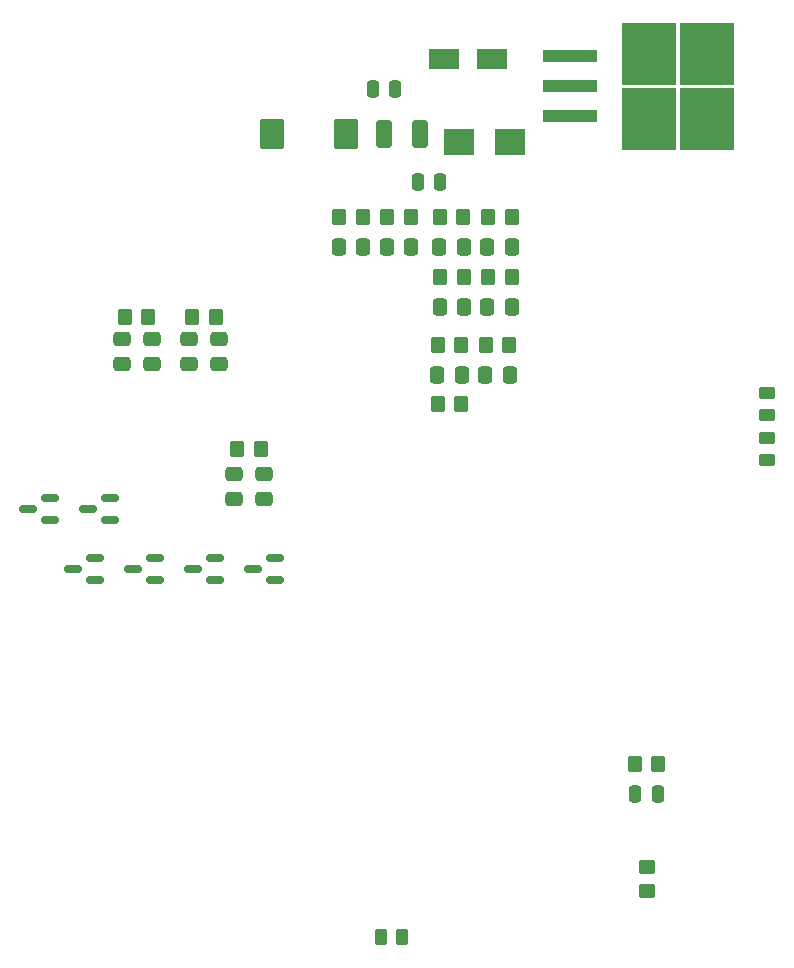
<source format=gtp>
G04 #@! TF.GenerationSoftware,KiCad,Pcbnew,(6.0.1)*
G04 #@! TF.CreationDate,2022-02-06T00:08:44-05:00*
G04 #@! TF.ProjectId,klxecu,6b6c7865-6375-42e6-9b69-6361645f7063,rev?*
G04 #@! TF.SameCoordinates,Original*
G04 #@! TF.FileFunction,Paste,Top*
G04 #@! TF.FilePolarity,Positive*
%FSLAX46Y46*%
G04 Gerber Fmt 4.6, Leading zero omitted, Abs format (unit mm)*
G04 Created by KiCad (PCBNEW (6.0.1)) date 2022-02-06 00:08:44*
%MOMM*%
%LPD*%
G01*
G04 APERTURE LIST*
G04 Aperture macros list*
%AMRoundRect*
0 Rectangle with rounded corners*
0 $1 Rounding radius*
0 $2 $3 $4 $5 $6 $7 $8 $9 X,Y pos of 4 corners*
0 Add a 4 corners polygon primitive as box body*
4,1,4,$2,$3,$4,$5,$6,$7,$8,$9,$2,$3,0*
0 Add four circle primitives for the rounded corners*
1,1,$1+$1,$2,$3*
1,1,$1+$1,$4,$5*
1,1,$1+$1,$6,$7*
1,1,$1+$1,$8,$9*
0 Add four rect primitives between the rounded corners*
20,1,$1+$1,$2,$3,$4,$5,0*
20,1,$1+$1,$4,$5,$6,$7,0*
20,1,$1+$1,$6,$7,$8,$9,0*
20,1,$1+$1,$8,$9,$2,$3,0*%
G04 Aperture macros list end*
%ADD10RoundRect,0.250000X-0.337500X-0.475000X0.337500X-0.475000X0.337500X0.475000X-0.337500X0.475000X0*%
%ADD11R,4.550000X5.250000*%
%ADD12R,4.600000X1.100000*%
%ADD13RoundRect,0.250000X-0.262500X-0.450000X0.262500X-0.450000X0.262500X0.450000X-0.262500X0.450000X0*%
%ADD14RoundRect,0.250000X-0.450000X0.350000X-0.450000X-0.350000X0.450000X-0.350000X0.450000X0.350000X0*%
%ADD15RoundRect,0.250000X-0.350000X-0.450000X0.350000X-0.450000X0.350000X0.450000X-0.350000X0.450000X0*%
%ADD16RoundRect,0.250000X0.350000X0.450000X-0.350000X0.450000X-0.350000X-0.450000X0.350000X-0.450000X0*%
%ADD17RoundRect,0.250000X0.450000X-0.262500X0.450000X0.262500X-0.450000X0.262500X-0.450000X-0.262500X0*%
%ADD18RoundRect,0.150000X0.587500X0.150000X-0.587500X0.150000X-0.587500X-0.150000X0.587500X-0.150000X0*%
%ADD19R,2.500000X2.300000*%
%ADD20R,2.500000X1.800000*%
%ADD21RoundRect,0.250000X0.250000X0.475000X-0.250000X0.475000X-0.250000X-0.475000X0.250000X-0.475000X0*%
%ADD22RoundRect,0.250000X0.337500X0.475000X-0.337500X0.475000X-0.337500X-0.475000X0.337500X-0.475000X0*%
%ADD23RoundRect,0.250000X-0.475000X0.337500X-0.475000X-0.337500X0.475000X-0.337500X0.475000X0.337500X0*%
%ADD24RoundRect,0.250000X0.412500X0.925000X-0.412500X0.925000X-0.412500X-0.925000X0.412500X-0.925000X0*%
%ADD25RoundRect,0.250000X-0.250000X-0.475000X0.250000X-0.475000X0.250000X0.475000X-0.250000X0.475000X0*%
%ADD26RoundRect,0.250000X0.787500X1.025000X-0.787500X1.025000X-0.787500X-1.025000X0.787500X-1.025000X0*%
G04 APERTURE END LIST*
D10*
X64735000Y-55245000D03*
X66810000Y-55245000D03*
D11*
X91047000Y-44450000D03*
X95897000Y-44450000D03*
X95897000Y-38900000D03*
X91047000Y-38900000D03*
D12*
X84322000Y-39135000D03*
X84322000Y-41675000D03*
X84322000Y-44215000D03*
D13*
X68302500Y-113665000D03*
X70127500Y-113665000D03*
D14*
X90805000Y-109787500D03*
X90805000Y-107787500D03*
D15*
X89805000Y-99060000D03*
X91805000Y-99060000D03*
X79375000Y-52705000D03*
X77375000Y-52705000D03*
X56150000Y-72390000D03*
X58150000Y-72390000D03*
X52340000Y-61192500D03*
X54340000Y-61192500D03*
X75295000Y-52705000D03*
X73295000Y-52705000D03*
X70852500Y-52705000D03*
X68852500Y-52705000D03*
X66772500Y-52705000D03*
X64772500Y-52705000D03*
X77187500Y-63555000D03*
X79187500Y-63555000D03*
X46625000Y-61192500D03*
X48625000Y-61192500D03*
X79375000Y-57785000D03*
X77375000Y-57785000D03*
X73107500Y-63555000D03*
X75107500Y-63555000D03*
D16*
X75107500Y-68580000D03*
X73107500Y-68580000D03*
D15*
X73332500Y-57785000D03*
X75332500Y-57785000D03*
D17*
X100965000Y-73302500D03*
X100965000Y-71477500D03*
X100965000Y-69492500D03*
X100965000Y-67667500D03*
D18*
X40277500Y-78420000D03*
X40277500Y-76520000D03*
X38402500Y-77470000D03*
X44117500Y-83500000D03*
X44117500Y-81600000D03*
X42242500Y-82550000D03*
X52402500Y-82550000D03*
X54277500Y-81600000D03*
X54277500Y-83500000D03*
X43482500Y-77470000D03*
X45357500Y-76520000D03*
X45357500Y-78420000D03*
X49197500Y-83500000D03*
X49197500Y-81600000D03*
X47322500Y-82550000D03*
X57482500Y-82550000D03*
X59357500Y-81600000D03*
X59357500Y-83500000D03*
D19*
X79248000Y-46355000D03*
X74948000Y-46355000D03*
D20*
X73692000Y-39370000D03*
X77692000Y-39370000D03*
D21*
X91755000Y-101600000D03*
X89855000Y-101600000D03*
D22*
X79412500Y-55245000D03*
X77337500Y-55245000D03*
D23*
X58420000Y-74527500D03*
X58420000Y-76602500D03*
X54610000Y-63097500D03*
X54610000Y-65172500D03*
D10*
X73257500Y-55245000D03*
X75332500Y-55245000D03*
D23*
X55880000Y-74527500D03*
X55880000Y-76602500D03*
X52070000Y-63097500D03*
X52070000Y-65172500D03*
D22*
X68815000Y-55245000D03*
X70890000Y-55245000D03*
D10*
X77150000Y-66095000D03*
X79225000Y-66095000D03*
D23*
X48895000Y-63097500D03*
X48895000Y-65172500D03*
D22*
X79412500Y-60325000D03*
X77337500Y-60325000D03*
X75145000Y-66095000D03*
X73070000Y-66095000D03*
D23*
X46355000Y-63097500D03*
X46355000Y-65172500D03*
D10*
X75370000Y-60325000D03*
X73295000Y-60325000D03*
D24*
X71641500Y-45720000D03*
X68566500Y-45720000D03*
D21*
X73340000Y-49784000D03*
X71440000Y-49784000D03*
D25*
X67630000Y-41910000D03*
X69530000Y-41910000D03*
D26*
X65342500Y-45720000D03*
X59117500Y-45720000D03*
M02*

</source>
